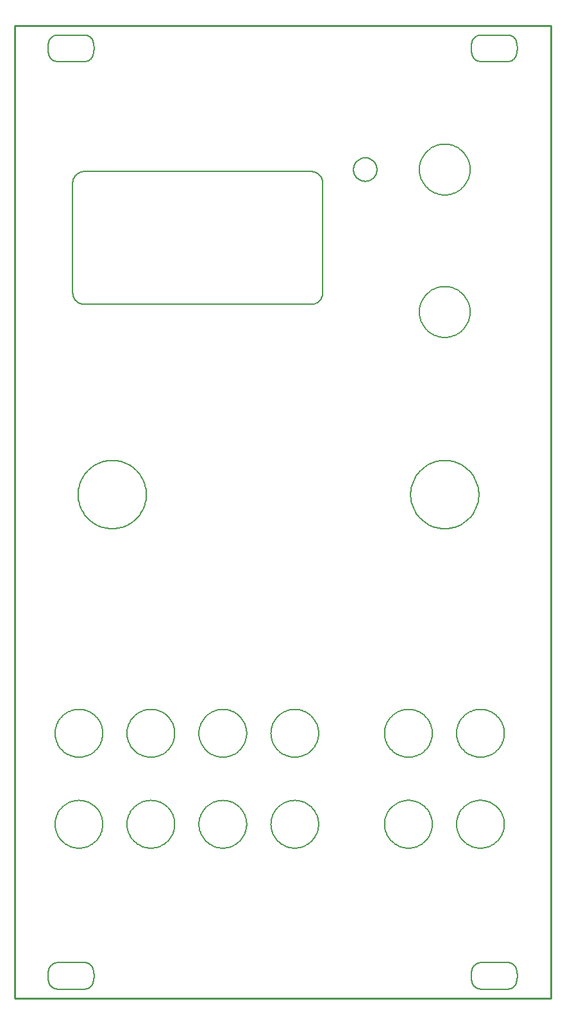
<source format=gbr>
%TF.GenerationSoftware,KiCad,Pcbnew,(6.0.7)*%
%TF.CreationDate,2022-08-18T10:59:03+02:00*%
%TF.ProjectId,faceplate,66616365-706c-4617-9465-2e6b69636164,rev?*%
%TF.SameCoordinates,Original*%
%TF.FileFunction,Profile,NP*%
%FSLAX46Y46*%
G04 Gerber Fmt 4.6, Leading zero omitted, Abs format (unit mm)*
G04 Created by KiCad (PCBNEW (6.0.7)) date 2022-08-18 10:59:03*
%MOMM*%
%LPD*%
G01*
G04 APERTURE LIST*
%TA.AperFunction,Profile*%
%ADD10C,0.200000*%
%TD*%
%TA.AperFunction,Profile*%
%ADD11C,0.282221*%
%TD*%
G04 APERTURE END LIST*
D10*
X90712093Y-117154098D02*
X90872063Y-117166262D01*
X91029708Y-117186294D01*
X91184829Y-117213996D01*
X91337228Y-117249169D01*
X91486708Y-117291617D01*
X91633070Y-117341140D01*
X91776117Y-117397542D01*
X91915650Y-117460623D01*
X92051472Y-117530187D01*
X92183384Y-117606035D01*
X92311189Y-117687969D01*
X92434690Y-117775792D01*
X92553687Y-117869306D01*
X92667984Y-117968312D01*
X92777381Y-118072612D01*
X92881682Y-118182010D01*
X92980688Y-118296306D01*
X93074202Y-118415303D01*
X93162025Y-118538804D01*
X93243959Y-118666609D01*
X93319807Y-118798522D01*
X93389371Y-118934344D01*
X93452453Y-119073877D01*
X93508854Y-119216924D01*
X93558378Y-119363286D01*
X93600825Y-119512765D01*
X93635999Y-119665165D01*
X93663701Y-119820286D01*
X93683733Y-119977931D01*
X93695897Y-120137902D01*
X93699996Y-120300001D01*
X93695897Y-120462100D01*
X93683733Y-120622071D01*
X93663701Y-120779715D01*
X93635999Y-120934837D01*
X93600825Y-121087236D01*
X93558378Y-121236716D01*
X93508854Y-121383078D01*
X93452453Y-121526125D01*
X93389371Y-121665658D01*
X93319807Y-121801480D01*
X93243959Y-121933392D01*
X93162025Y-122061198D01*
X93074202Y-122184698D01*
X92980688Y-122303695D01*
X92881682Y-122417992D01*
X92777381Y-122527389D01*
X92667984Y-122631690D01*
X92553687Y-122730696D01*
X92434690Y-122824209D01*
X92311189Y-122912032D01*
X92183384Y-122993967D01*
X92051472Y-123069815D01*
X91915650Y-123139378D01*
X91776117Y-123202460D01*
X91633070Y-123258861D01*
X91486708Y-123308385D01*
X91337228Y-123350832D01*
X91184829Y-123386006D01*
X91029708Y-123413707D01*
X90872063Y-123433739D01*
X90712093Y-123445904D01*
X90549994Y-123450002D01*
X90387896Y-123445904D01*
X90227925Y-123433739D01*
X90070281Y-123413707D01*
X89915160Y-123386006D01*
X89762761Y-123350832D01*
X89613282Y-123308385D01*
X89466920Y-123258861D01*
X89323873Y-123202460D01*
X89184340Y-123139378D01*
X89048519Y-123069815D01*
X88916606Y-122993967D01*
X88788801Y-122912032D01*
X88665301Y-122824209D01*
X88546304Y-122730696D01*
X88432007Y-122631690D01*
X88322610Y-122527389D01*
X88218309Y-122417992D01*
X88119303Y-122303695D01*
X88025790Y-122184698D01*
X87937967Y-122061198D01*
X87856033Y-121933392D01*
X87780185Y-121801480D01*
X87710621Y-121665658D01*
X87647539Y-121526125D01*
X87591138Y-121383078D01*
X87541614Y-121236716D01*
X87499167Y-121087236D01*
X87463993Y-120934837D01*
X87436292Y-120779715D01*
X87416260Y-120622071D01*
X87404095Y-120462100D01*
X87399997Y-120300001D01*
X87404095Y-120137902D01*
X87416260Y-119977931D01*
X87436292Y-119820286D01*
X87463993Y-119665165D01*
X87499167Y-119512765D01*
X87541614Y-119363286D01*
X87591138Y-119216924D01*
X87647539Y-119073877D01*
X87710621Y-118934344D01*
X87780185Y-118798522D01*
X87856033Y-118666609D01*
X87937967Y-118538804D01*
X88025790Y-118415303D01*
X88119303Y-118296306D01*
X88218309Y-118182010D01*
X88322610Y-118072612D01*
X88432007Y-117968312D01*
X88546304Y-117869306D01*
X88665301Y-117775792D01*
X88788801Y-117687969D01*
X88916606Y-117606035D01*
X89048519Y-117530187D01*
X89184340Y-117460623D01*
X89323873Y-117397542D01*
X89466920Y-117341140D01*
X89613282Y-117291617D01*
X89762761Y-117249169D01*
X89915160Y-117213996D01*
X90070281Y-117186294D01*
X90227925Y-117166262D01*
X90387896Y-117154098D01*
X90549994Y-117149999D01*
X90712093Y-117154098D01*
D11*
X133829982Y-155300001D02*
X133829982Y-155300001D01*
X63050000Y-155300001D02*
X63050000Y-155300001D01*
D10*
X109429808Y-44354015D02*
X109508574Y-44360005D01*
X109586196Y-44369868D01*
X109662574Y-44383508D01*
X109737613Y-44400827D01*
X109811214Y-44421727D01*
X109883279Y-44446111D01*
X109953713Y-44473882D01*
X110022416Y-44504942D01*
X110089292Y-44539194D01*
X110154243Y-44576540D01*
X110217172Y-44616884D01*
X110277981Y-44660126D01*
X110336573Y-44706170D01*
X110392851Y-44754919D01*
X110446716Y-44806275D01*
X110498071Y-44860140D01*
X110546820Y-44916417D01*
X110592864Y-44975009D01*
X110636106Y-45035818D01*
X110676449Y-45098747D01*
X110713795Y-45163699D01*
X110748047Y-45230575D01*
X110779107Y-45299278D01*
X110806878Y-45369712D01*
X110831263Y-45441777D01*
X110852163Y-45515378D01*
X110869481Y-45590417D01*
X110883121Y-45666795D01*
X110892985Y-45744417D01*
X110898974Y-45823183D01*
X110900992Y-45902998D01*
X110898974Y-45982812D01*
X110892985Y-46061578D01*
X110883121Y-46139200D01*
X110869481Y-46215578D01*
X110852163Y-46290617D01*
X110831263Y-46364218D01*
X110806878Y-46436284D01*
X110779107Y-46506717D01*
X110748047Y-46575421D01*
X110713795Y-46642297D01*
X110676449Y-46707248D01*
X110636106Y-46770177D01*
X110592864Y-46830986D01*
X110546820Y-46889578D01*
X110498071Y-46945855D01*
X110446716Y-46999721D01*
X110392851Y-47051076D01*
X110336573Y-47099825D01*
X110277981Y-47145869D01*
X110217172Y-47189112D01*
X110154243Y-47229455D01*
X110089292Y-47266801D01*
X110022416Y-47301053D01*
X109953713Y-47332113D01*
X109883279Y-47359884D01*
X109811214Y-47384268D01*
X109737613Y-47405169D01*
X109662574Y-47422487D01*
X109586196Y-47436127D01*
X109508574Y-47445990D01*
X109429808Y-47451980D01*
X109349993Y-47453998D01*
X109270179Y-47451980D01*
X109191413Y-47445990D01*
X109113791Y-47436127D01*
X109037413Y-47422487D01*
X108962374Y-47405169D01*
X108888774Y-47384268D01*
X108816708Y-47359884D01*
X108746274Y-47332113D01*
X108677571Y-47301053D01*
X108610695Y-47266801D01*
X108545744Y-47229455D01*
X108482815Y-47189112D01*
X108422006Y-47145869D01*
X108363414Y-47099825D01*
X108307137Y-47051076D01*
X108253271Y-46999721D01*
X108201916Y-46945855D01*
X108153167Y-46889578D01*
X108107123Y-46830986D01*
X108063881Y-46770177D01*
X108023538Y-46707248D01*
X107986192Y-46642297D01*
X107951940Y-46575421D01*
X107920880Y-46506717D01*
X107893109Y-46436284D01*
X107868725Y-46364218D01*
X107847824Y-46290617D01*
X107830506Y-46215578D01*
X107816866Y-46139200D01*
X107807002Y-46061578D01*
X107801013Y-45982812D01*
X107798995Y-45902998D01*
X107801013Y-45823183D01*
X107807002Y-45744417D01*
X107816866Y-45666795D01*
X107830506Y-45590417D01*
X107847824Y-45515378D01*
X107868725Y-45441777D01*
X107893109Y-45369712D01*
X107920880Y-45299278D01*
X107951940Y-45230575D01*
X107986192Y-45163699D01*
X108023538Y-45098747D01*
X108063881Y-45035818D01*
X108107123Y-44975009D01*
X108153167Y-44916417D01*
X108201916Y-44860140D01*
X108253271Y-44806275D01*
X108307137Y-44754919D01*
X108363414Y-44706170D01*
X108422006Y-44660126D01*
X108482815Y-44616884D01*
X108545744Y-44576540D01*
X108610695Y-44539194D01*
X108677571Y-44504942D01*
X108746274Y-44473882D01*
X108816708Y-44446111D01*
X108888774Y-44421727D01*
X108962374Y-44400827D01*
X109037413Y-44383508D01*
X109113791Y-44369868D01*
X109191413Y-44360005D01*
X109270179Y-44354015D01*
X109349993Y-44351997D01*
X109429808Y-44354015D01*
X124716636Y-129152444D02*
X124876607Y-129164608D01*
X125034252Y-129184640D01*
X125189373Y-129212342D01*
X125341772Y-129247515D01*
X125491252Y-129289963D01*
X125637614Y-129339486D01*
X125780661Y-129395888D01*
X125920194Y-129458969D01*
X126056016Y-129528533D01*
X126187928Y-129604381D01*
X126315734Y-129686315D01*
X126439234Y-129774138D01*
X126558231Y-129867652D01*
X126672528Y-129966658D01*
X126781925Y-130070958D01*
X126886226Y-130180356D01*
X126985232Y-130294652D01*
X127078745Y-130413650D01*
X127166568Y-130537150D01*
X127248503Y-130664955D01*
X127324351Y-130796868D01*
X127393914Y-130932690D01*
X127456996Y-131072223D01*
X127513397Y-131215270D01*
X127562921Y-131361632D01*
X127605368Y-131511111D01*
X127640542Y-131663511D01*
X127668243Y-131818632D01*
X127688275Y-131976277D01*
X127700440Y-132136248D01*
X127704538Y-132298347D01*
X127700440Y-132460446D01*
X127688275Y-132620417D01*
X127668243Y-132778061D01*
X127640542Y-132933183D01*
X127605368Y-133085582D01*
X127562921Y-133235062D01*
X127513397Y-133381424D01*
X127456996Y-133524471D01*
X127393914Y-133664004D01*
X127324351Y-133799826D01*
X127248503Y-133931738D01*
X127166568Y-134059544D01*
X127078745Y-134183044D01*
X126985232Y-134302041D01*
X126886226Y-134416338D01*
X126781925Y-134525735D01*
X126672528Y-134630036D01*
X126558231Y-134729042D01*
X126439234Y-134822555D01*
X126315734Y-134910378D01*
X126187928Y-134992313D01*
X126056016Y-135068161D01*
X125920194Y-135137724D01*
X125780661Y-135200806D01*
X125637614Y-135257207D01*
X125491252Y-135306731D01*
X125341772Y-135349178D01*
X125189373Y-135384351D01*
X125034252Y-135412053D01*
X124876607Y-135432085D01*
X124716636Y-135444249D01*
X124554537Y-135448348D01*
X124392438Y-135444249D01*
X124232467Y-135432085D01*
X124074822Y-135412053D01*
X123919701Y-135384351D01*
X123767302Y-135349178D01*
X123617822Y-135306731D01*
X123471460Y-135257207D01*
X123328414Y-135200806D01*
X123188881Y-135137724D01*
X123053059Y-135068161D01*
X122921146Y-134992313D01*
X122793341Y-134910378D01*
X122669841Y-134822555D01*
X122550844Y-134729042D01*
X122436548Y-134630036D01*
X122327150Y-134525735D01*
X122222850Y-134416338D01*
X122123844Y-134302041D01*
X122030331Y-134183044D01*
X121942508Y-134059544D01*
X121860574Y-133931738D01*
X121784726Y-133799826D01*
X121715162Y-133664004D01*
X121652081Y-133524471D01*
X121595680Y-133381424D01*
X121546156Y-133235062D01*
X121503709Y-133085582D01*
X121468536Y-132933183D01*
X121440834Y-132778061D01*
X121420802Y-132620417D01*
X121408638Y-132460446D01*
X121404539Y-132298347D01*
X121408638Y-132136248D01*
X121420802Y-131976277D01*
X121440834Y-131818632D01*
X121468536Y-131663511D01*
X121503709Y-131511111D01*
X121546156Y-131361632D01*
X121595680Y-131215270D01*
X121652081Y-131072223D01*
X121715162Y-130932690D01*
X121784726Y-130796868D01*
X121860574Y-130664955D01*
X121942508Y-130537150D01*
X122030331Y-130413650D01*
X122123844Y-130294652D01*
X122222850Y-130180356D01*
X122327150Y-130070958D01*
X122436548Y-129966658D01*
X122550844Y-129867652D01*
X122669841Y-129774138D01*
X122793341Y-129686315D01*
X122921146Y-129604381D01*
X123053059Y-129528533D01*
X123188881Y-129458969D01*
X123328414Y-129395888D01*
X123471460Y-129339486D01*
X123617822Y-129289963D01*
X123767302Y-129247515D01*
X123919701Y-129212342D01*
X124074822Y-129184640D01*
X124232467Y-129164608D01*
X124392438Y-129152444D01*
X124554537Y-129148345D01*
X124716636Y-129152444D01*
X71712097Y-117154098D02*
X71872067Y-117166262D01*
X72029712Y-117186294D01*
X72184833Y-117213996D01*
X72337232Y-117249169D01*
X72486712Y-117291617D01*
X72633074Y-117341140D01*
X72776120Y-117397542D01*
X72915654Y-117460623D01*
X73051475Y-117530187D01*
X73183388Y-117606035D01*
X73311193Y-117687969D01*
X73434693Y-117775792D01*
X73553691Y-117869306D01*
X73667987Y-117968312D01*
X73777384Y-118072612D01*
X73881685Y-118182010D01*
X73980691Y-118296306D01*
X74074205Y-118415303D01*
X74162027Y-118538804D01*
X74243962Y-118666609D01*
X74319810Y-118798522D01*
X74389374Y-118934344D01*
X74452455Y-119073877D01*
X74508857Y-119216924D01*
X74558380Y-119363286D01*
X74600827Y-119512765D01*
X74636001Y-119665165D01*
X74663703Y-119820286D01*
X74683735Y-119977931D01*
X74695899Y-120137902D01*
X74699998Y-120300001D01*
X74695899Y-120462100D01*
X74683735Y-120622071D01*
X74663703Y-120779715D01*
X74636001Y-120934837D01*
X74600827Y-121087236D01*
X74558380Y-121236716D01*
X74508857Y-121383078D01*
X74452455Y-121526125D01*
X74389374Y-121665658D01*
X74319810Y-121801480D01*
X74243962Y-121933392D01*
X74162027Y-122061198D01*
X74074205Y-122184698D01*
X73980691Y-122303695D01*
X73881685Y-122417992D01*
X73777384Y-122527389D01*
X73667987Y-122631690D01*
X73553691Y-122730696D01*
X73434693Y-122824209D01*
X73311193Y-122912032D01*
X73183388Y-122993967D01*
X73051475Y-123069815D01*
X72915654Y-123139378D01*
X72776120Y-123202460D01*
X72633074Y-123258861D01*
X72486712Y-123308385D01*
X72337232Y-123350832D01*
X72184833Y-123386006D01*
X72029712Y-123413707D01*
X71872067Y-123433739D01*
X71712097Y-123445904D01*
X71549998Y-123450002D01*
X71387900Y-123445904D01*
X71227929Y-123433739D01*
X71070284Y-123413707D01*
X70915163Y-123386006D01*
X70762764Y-123350832D01*
X70613285Y-123308385D01*
X70466923Y-123258861D01*
X70323876Y-123202460D01*
X70184343Y-123139378D01*
X70048521Y-123069815D01*
X69916609Y-122993967D01*
X69788803Y-122912032D01*
X69665303Y-122824209D01*
X69546306Y-122730696D01*
X69432010Y-122631690D01*
X69322612Y-122527389D01*
X69218311Y-122417992D01*
X69119305Y-122303695D01*
X69025792Y-122184698D01*
X68937969Y-122061198D01*
X68856035Y-121933392D01*
X68780187Y-121801480D01*
X68710623Y-121665658D01*
X68647541Y-121526125D01*
X68591140Y-121383078D01*
X68541616Y-121236716D01*
X68499169Y-121087236D01*
X68463995Y-120934837D01*
X68436294Y-120779715D01*
X68416262Y-120622071D01*
X68404097Y-120462100D01*
X68399999Y-120300001D01*
X68404097Y-120137902D01*
X68416262Y-119977931D01*
X68436294Y-119820286D01*
X68463995Y-119665165D01*
X68499169Y-119512765D01*
X68541616Y-119363286D01*
X68591140Y-119216924D01*
X68647541Y-119073877D01*
X68710623Y-118934344D01*
X68780187Y-118798522D01*
X68856035Y-118666609D01*
X68937969Y-118538804D01*
X69025792Y-118415303D01*
X69119305Y-118296306D01*
X69218311Y-118182010D01*
X69322612Y-118072612D01*
X69432010Y-117968312D01*
X69546306Y-117869306D01*
X69665303Y-117775792D01*
X69788803Y-117687969D01*
X69916609Y-117606035D01*
X70048521Y-117530187D01*
X70184343Y-117460623D01*
X70323876Y-117397542D01*
X70466923Y-117341140D01*
X70613285Y-117291617D01*
X70762764Y-117249169D01*
X70915163Y-117213996D01*
X71070284Y-117186294D01*
X71227929Y-117166262D01*
X71387900Y-117154098D01*
X71549998Y-117149999D01*
X71712097Y-117154098D01*
X81212095Y-129154098D02*
X81372065Y-129166262D01*
X81529710Y-129186294D01*
X81684831Y-129213996D01*
X81837230Y-129249170D01*
X81986710Y-129291617D01*
X82133072Y-129341140D01*
X82276118Y-129397542D01*
X82415651Y-129460623D01*
X82551473Y-129530187D01*
X82683385Y-129606035D01*
X82811191Y-129687969D01*
X82934691Y-129775792D01*
X83053688Y-129869306D01*
X83167985Y-129968312D01*
X83277382Y-130072612D01*
X83381683Y-130182010D01*
X83480689Y-130296306D01*
X83574202Y-130415304D01*
X83662025Y-130538804D01*
X83743960Y-130666609D01*
X83819808Y-130798522D01*
X83889372Y-130934344D01*
X83952453Y-131073877D01*
X84008855Y-131216924D01*
X84058378Y-131363286D01*
X84100825Y-131512765D01*
X84135999Y-131665165D01*
X84163701Y-131820286D01*
X84183733Y-131977931D01*
X84195897Y-132137902D01*
X84199996Y-132300001D01*
X84195897Y-132462100D01*
X84183733Y-132622071D01*
X84163701Y-132779715D01*
X84135999Y-132934837D01*
X84100825Y-133087236D01*
X84058378Y-133236716D01*
X84008855Y-133383078D01*
X83952453Y-133526125D01*
X83889372Y-133665658D01*
X83819808Y-133801480D01*
X83743960Y-133933392D01*
X83662025Y-134061198D01*
X83574202Y-134184698D01*
X83480689Y-134303695D01*
X83381683Y-134417992D01*
X83277382Y-134527389D01*
X83167985Y-134631690D01*
X83053688Y-134730696D01*
X82934691Y-134824209D01*
X82811191Y-134912032D01*
X82683385Y-134993967D01*
X82551473Y-135069815D01*
X82415651Y-135139378D01*
X82276118Y-135202460D01*
X82133072Y-135258861D01*
X81986710Y-135308385D01*
X81837230Y-135350832D01*
X81684831Y-135386006D01*
X81529710Y-135413707D01*
X81372065Y-135433739D01*
X81212095Y-135445903D01*
X81049996Y-135450002D01*
X80887898Y-135445903D01*
X80727927Y-135433739D01*
X80570282Y-135413707D01*
X80415161Y-135386006D01*
X80262762Y-135350832D01*
X80113283Y-135308385D01*
X79966921Y-135258861D01*
X79823874Y-135202460D01*
X79684341Y-135139378D01*
X79548519Y-135069815D01*
X79416607Y-134993967D01*
X79288802Y-134912032D01*
X79165301Y-134824209D01*
X79046304Y-134730696D01*
X78932008Y-134631690D01*
X78822610Y-134527389D01*
X78718309Y-134417992D01*
X78619303Y-134303695D01*
X78525790Y-134184698D01*
X78437967Y-134061198D01*
X78356033Y-133933392D01*
X78280185Y-133801480D01*
X78210621Y-133665658D01*
X78147539Y-133526125D01*
X78091138Y-133383078D01*
X78041614Y-133236716D01*
X77999167Y-133087236D01*
X77963993Y-132934837D01*
X77936292Y-132779715D01*
X77916260Y-132622071D01*
X77904095Y-132462100D01*
X77899997Y-132300001D01*
X77904095Y-132137902D01*
X77916260Y-131977931D01*
X77936292Y-131820286D01*
X77963993Y-131665165D01*
X77999167Y-131512765D01*
X78041614Y-131363286D01*
X78091138Y-131216924D01*
X78147539Y-131073877D01*
X78210621Y-130934344D01*
X78280185Y-130798522D01*
X78356033Y-130666609D01*
X78437967Y-130538804D01*
X78525790Y-130415304D01*
X78619303Y-130296306D01*
X78718309Y-130182010D01*
X78822610Y-130072612D01*
X78932008Y-129968312D01*
X79046304Y-129869306D01*
X79165301Y-129775792D01*
X79288802Y-129687969D01*
X79416607Y-129606035D01*
X79548519Y-129530187D01*
X79684341Y-129460623D01*
X79823874Y-129397542D01*
X79966921Y-129341140D01*
X80113283Y-129291617D01*
X80262762Y-129249170D01*
X80415161Y-129213996D01*
X80570282Y-129186294D01*
X80727927Y-129166262D01*
X80887898Y-129154098D01*
X81049996Y-129149999D01*
X81212095Y-129154098D01*
X115216643Y-129152444D02*
X115376614Y-129164608D01*
X115534258Y-129184640D01*
X115689379Y-129212342D01*
X115841779Y-129247515D01*
X115991258Y-129289963D01*
X116137620Y-129339486D01*
X116280667Y-129395888D01*
X116420200Y-129458969D01*
X116556022Y-129528533D01*
X116687934Y-129604381D01*
X116815740Y-129686315D01*
X116939240Y-129774138D01*
X117058237Y-129867652D01*
X117172534Y-129966658D01*
X117281931Y-130070958D01*
X117386232Y-130180356D01*
X117485238Y-130294652D01*
X117578752Y-130413650D01*
X117666575Y-130537150D01*
X117748509Y-130664955D01*
X117824358Y-130796868D01*
X117893921Y-130932690D01*
X117957003Y-131072223D01*
X118013405Y-131215270D01*
X118062928Y-131361632D01*
X118105376Y-131511111D01*
X118140549Y-131663511D01*
X118168251Y-131818632D01*
X118188283Y-131976277D01*
X118200447Y-132136248D01*
X118204546Y-132298347D01*
X118200447Y-132460446D01*
X118188283Y-132620417D01*
X118168251Y-132778061D01*
X118140549Y-132933183D01*
X118105376Y-133085582D01*
X118062928Y-133235062D01*
X118013405Y-133381424D01*
X117957003Y-133524471D01*
X117893921Y-133664004D01*
X117824358Y-133799826D01*
X117748509Y-133931738D01*
X117666575Y-134059544D01*
X117578752Y-134183044D01*
X117485238Y-134302041D01*
X117386232Y-134416338D01*
X117281931Y-134525735D01*
X117172534Y-134630036D01*
X117058237Y-134729042D01*
X116939240Y-134822555D01*
X116815740Y-134910378D01*
X116687934Y-134992313D01*
X116556022Y-135068161D01*
X116420200Y-135137724D01*
X116280667Y-135200806D01*
X116137620Y-135257207D01*
X115991258Y-135306731D01*
X115841779Y-135349178D01*
X115689379Y-135384351D01*
X115534258Y-135412053D01*
X115376614Y-135432085D01*
X115216643Y-135444249D01*
X115054545Y-135448348D01*
X114892446Y-135444249D01*
X114732475Y-135432085D01*
X114574831Y-135412053D01*
X114419710Y-135384351D01*
X114267310Y-135349178D01*
X114117831Y-135306731D01*
X113971469Y-135257207D01*
X113828422Y-135200806D01*
X113688889Y-135137724D01*
X113553067Y-135068161D01*
X113421155Y-134992313D01*
X113293349Y-134910378D01*
X113169849Y-134822555D01*
X113050852Y-134729042D01*
X112936555Y-134630036D01*
X112827158Y-134525735D01*
X112722857Y-134416338D01*
X112623851Y-134302041D01*
X112530337Y-134183044D01*
X112442514Y-134059544D01*
X112360580Y-133931738D01*
X112284731Y-133799826D01*
X112215167Y-133664004D01*
X112152086Y-133524471D01*
X112095684Y-133381424D01*
X112046161Y-133235062D01*
X112003713Y-133085582D01*
X111968540Y-132933183D01*
X111940838Y-132778061D01*
X111920806Y-132620417D01*
X111908642Y-132460446D01*
X111904543Y-132298347D01*
X111908642Y-132136248D01*
X111920806Y-131976277D01*
X111940838Y-131818632D01*
X111968540Y-131663511D01*
X112003713Y-131511111D01*
X112046161Y-131361632D01*
X112095684Y-131215270D01*
X112152086Y-131072223D01*
X112215167Y-130932690D01*
X112284731Y-130796868D01*
X112360580Y-130664955D01*
X112442514Y-130537150D01*
X112530337Y-130413650D01*
X112623851Y-130294652D01*
X112722857Y-130180356D01*
X112827158Y-130070958D01*
X112936555Y-129966658D01*
X113050852Y-129867652D01*
X113169849Y-129774138D01*
X113293349Y-129686315D01*
X113421155Y-129604381D01*
X113553067Y-129528533D01*
X113688889Y-129458969D01*
X113828422Y-129395888D01*
X113971469Y-129339486D01*
X114117831Y-129289963D01*
X114267310Y-129247515D01*
X114419710Y-129212342D01*
X114574831Y-129184640D01*
X114732475Y-129164608D01*
X114892446Y-129152444D01*
X115054545Y-129148345D01*
X115216643Y-129152444D01*
X115216643Y-117152444D02*
X115376614Y-117164608D01*
X115534258Y-117184640D01*
X115689379Y-117212342D01*
X115841779Y-117247515D01*
X115991258Y-117289963D01*
X116137620Y-117339486D01*
X116280667Y-117395888D01*
X116420200Y-117458969D01*
X116556022Y-117528533D01*
X116687934Y-117604381D01*
X116815740Y-117686315D01*
X116939240Y-117774138D01*
X117058237Y-117867652D01*
X117172534Y-117966658D01*
X117281931Y-118070958D01*
X117386232Y-118180356D01*
X117485238Y-118294652D01*
X117578752Y-118413650D01*
X117666575Y-118537150D01*
X117748509Y-118664955D01*
X117824358Y-118796868D01*
X117893921Y-118932690D01*
X117957003Y-119072223D01*
X118013405Y-119215270D01*
X118062928Y-119361632D01*
X118105376Y-119511111D01*
X118140549Y-119663511D01*
X118168251Y-119818632D01*
X118188283Y-119976277D01*
X118200447Y-120136248D01*
X118204546Y-120298347D01*
X118200447Y-120460446D01*
X118188283Y-120620417D01*
X118168251Y-120778061D01*
X118140549Y-120933183D01*
X118105376Y-121085582D01*
X118062928Y-121235062D01*
X118013405Y-121381424D01*
X117957003Y-121524471D01*
X117893921Y-121664004D01*
X117824358Y-121799826D01*
X117748509Y-121931738D01*
X117666575Y-122059544D01*
X117578752Y-122183044D01*
X117485238Y-122302041D01*
X117386232Y-122416338D01*
X117281931Y-122525735D01*
X117172534Y-122630036D01*
X117058237Y-122729042D01*
X116939240Y-122822555D01*
X116815740Y-122910378D01*
X116687934Y-122992313D01*
X116556022Y-123068161D01*
X116420200Y-123137724D01*
X116280667Y-123200806D01*
X116137620Y-123257207D01*
X115991258Y-123306731D01*
X115841779Y-123349178D01*
X115689379Y-123384352D01*
X115534258Y-123412053D01*
X115376614Y-123432085D01*
X115216643Y-123444250D01*
X115054545Y-123448348D01*
X114892446Y-123444250D01*
X114732475Y-123432085D01*
X114574831Y-123412053D01*
X114419710Y-123384352D01*
X114267310Y-123349178D01*
X114117831Y-123306731D01*
X113971469Y-123257207D01*
X113828422Y-123200806D01*
X113688889Y-123137724D01*
X113553067Y-123068161D01*
X113421155Y-122992313D01*
X113293349Y-122910378D01*
X113169849Y-122822555D01*
X113050852Y-122729042D01*
X112936555Y-122630036D01*
X112827158Y-122525735D01*
X112722857Y-122416338D01*
X112623851Y-122302041D01*
X112530337Y-122183044D01*
X112442514Y-122059544D01*
X112360580Y-121931738D01*
X112284731Y-121799826D01*
X112215167Y-121664004D01*
X112152086Y-121524471D01*
X112095684Y-121381424D01*
X112046161Y-121235062D01*
X112003713Y-121085582D01*
X111968540Y-120933183D01*
X111940838Y-120778061D01*
X111920806Y-120620417D01*
X111908642Y-120460446D01*
X111904543Y-120298347D01*
X111908642Y-120136248D01*
X111920806Y-119976277D01*
X111940838Y-119818632D01*
X111968540Y-119663511D01*
X112003713Y-119511111D01*
X112046161Y-119361632D01*
X112095684Y-119215270D01*
X112152086Y-119072223D01*
X112215167Y-118932690D01*
X112284731Y-118796868D01*
X112360580Y-118664955D01*
X112442514Y-118537150D01*
X112530337Y-118413650D01*
X112623851Y-118294652D01*
X112722857Y-118180356D01*
X112827158Y-118070958D01*
X112936555Y-117966658D01*
X113050852Y-117867652D01*
X113169849Y-117774138D01*
X113293349Y-117686315D01*
X113421155Y-117604381D01*
X113553067Y-117528533D01*
X113688889Y-117458969D01*
X113828422Y-117395888D01*
X113971469Y-117339486D01*
X114117831Y-117289963D01*
X114267310Y-117247515D01*
X114419710Y-117212342D01*
X114574831Y-117184640D01*
X114732475Y-117164608D01*
X114892446Y-117152444D01*
X115054545Y-117148345D01*
X115216643Y-117152444D01*
X128195041Y-150550984D02*
X128243703Y-150553935D01*
X128339639Y-150565613D01*
X128433423Y-150584768D01*
X128524691Y-150611133D01*
X128613082Y-150644442D01*
X128698234Y-150684430D01*
X128779786Y-150730830D01*
X128857374Y-150783374D01*
X128930638Y-150841799D01*
X128999214Y-150905836D01*
X129062742Y-150975219D01*
X129120859Y-151049683D01*
X129173203Y-151128962D01*
X129219413Y-151212788D01*
X129259126Y-151300895D01*
X129276433Y-151346472D01*
X129291980Y-151393018D01*
X129324319Y-151504237D01*
X129352347Y-151616318D01*
X129376062Y-151729137D01*
X129395466Y-151842572D01*
X129410557Y-151956498D01*
X129421337Y-152070795D01*
X129427805Y-152185337D01*
X129429961Y-152300003D01*
X129427805Y-152414669D01*
X129421337Y-152529211D01*
X129410557Y-152643509D01*
X129395466Y-152757437D01*
X129376062Y-152870873D01*
X129352347Y-152983694D01*
X129324319Y-153095777D01*
X129291980Y-153206998D01*
X129276433Y-153253544D01*
X129259126Y-153299119D01*
X129240104Y-153343690D01*
X129219413Y-153387224D01*
X129197098Y-153429688D01*
X129173203Y-153471048D01*
X129147775Y-153511271D01*
X129120859Y-153550324D01*
X129092500Y-153588174D01*
X129062742Y-153624787D01*
X129031632Y-153660129D01*
X128999214Y-153694169D01*
X128965534Y-153726872D01*
X128930638Y-153758204D01*
X128894569Y-153788134D01*
X128857374Y-153816627D01*
X128819098Y-153843650D01*
X128779786Y-153869171D01*
X128739483Y-153893154D01*
X128698234Y-153915568D01*
X128656086Y-153936380D01*
X128613082Y-153955554D01*
X128569269Y-153973060D01*
X128524691Y-153988862D01*
X128479394Y-154002929D01*
X128433423Y-154015226D01*
X128386823Y-154025720D01*
X128339639Y-154034378D01*
X128291918Y-154041167D01*
X128243703Y-154046054D01*
X128195041Y-154049004D01*
X128145976Y-154049986D01*
X124613978Y-154050001D01*
X124564913Y-154049018D01*
X124516251Y-154046066D01*
X124420315Y-154034388D01*
X124326532Y-154015234D01*
X124235263Y-153988869D01*
X124146872Y-153955559D01*
X124061720Y-153915571D01*
X123980169Y-153869172D01*
X123902580Y-153816627D01*
X123829317Y-153758203D01*
X123760740Y-153694166D01*
X123697212Y-153624782D01*
X123639095Y-153550318D01*
X123586751Y-153471040D01*
X123540541Y-153387214D01*
X123500828Y-153299106D01*
X123483522Y-153253530D01*
X123467974Y-153206983D01*
X123435635Y-153095764D01*
X123407608Y-152983684D01*
X123383892Y-152870864D01*
X123364488Y-152757430D01*
X123349397Y-152643503D01*
X123338617Y-152529207D01*
X123332149Y-152414664D01*
X123329993Y-152299999D01*
X123332149Y-152185333D01*
X123338617Y-152070790D01*
X123349397Y-151956493D01*
X123364488Y-151842565D01*
X123383892Y-151729129D01*
X123407608Y-151616308D01*
X123435635Y-151504225D01*
X123467974Y-151393003D01*
X123467982Y-151393003D01*
X123483529Y-151346458D01*
X123500836Y-151300883D01*
X123519858Y-151256312D01*
X123540549Y-151212778D01*
X123562864Y-151170315D01*
X123586758Y-151128955D01*
X123612185Y-151088732D01*
X123639101Y-151049679D01*
X123667461Y-151011830D01*
X123697218Y-150975218D01*
X123728328Y-150939876D01*
X123760745Y-150905837D01*
X123794425Y-150873134D01*
X123829321Y-150841802D01*
X123865389Y-150811873D01*
X123902584Y-150783380D01*
X123940860Y-150756357D01*
X123980172Y-150730837D01*
X124020474Y-150706854D01*
X124061722Y-150684440D01*
X124103871Y-150663629D01*
X124146874Y-150644454D01*
X124190687Y-150626948D01*
X124235264Y-150611146D01*
X124280561Y-150597079D01*
X124326532Y-150584782D01*
X124373132Y-150574287D01*
X124420315Y-150565628D01*
X124468036Y-150558838D01*
X124516251Y-150553950D01*
X124564913Y-150550999D01*
X124613978Y-150550016D01*
X128145976Y-150550001D01*
X128195041Y-150550984D01*
X72315064Y-150550984D02*
X72363726Y-150553935D01*
X72459662Y-150565613D01*
X72553445Y-150584768D01*
X72644713Y-150611133D01*
X72733104Y-150644442D01*
X72818256Y-150684430D01*
X72899807Y-150730830D01*
X72977395Y-150783374D01*
X73050658Y-150841799D01*
X73119234Y-150905836D01*
X73182762Y-150975219D01*
X73240878Y-151049683D01*
X73293222Y-151128962D01*
X73339432Y-151212788D01*
X73379144Y-151300895D01*
X73396451Y-151346472D01*
X73411999Y-151393018D01*
X73444338Y-151504237D01*
X73472365Y-151616318D01*
X73496081Y-151729137D01*
X73515484Y-151842572D01*
X73530576Y-151956498D01*
X73541355Y-152070795D01*
X73547823Y-152185337D01*
X73549979Y-152300003D01*
X73547823Y-152414669D01*
X73541355Y-152529211D01*
X73530576Y-152643509D01*
X73515484Y-152757437D01*
X73496081Y-152870873D01*
X73472365Y-152983694D01*
X73444338Y-153095777D01*
X73411999Y-153206998D01*
X73396452Y-153253544D01*
X73379145Y-153299119D01*
X73360123Y-153343690D01*
X73339432Y-153387224D01*
X73317117Y-153429688D01*
X73293223Y-153471048D01*
X73267795Y-153511271D01*
X73240879Y-153550324D01*
X73212519Y-153588174D01*
X73182762Y-153624787D01*
X73151652Y-153660129D01*
X73119235Y-153694169D01*
X73085555Y-153726872D01*
X73050658Y-153758204D01*
X73014590Y-153788134D01*
X72977395Y-153816627D01*
X72939119Y-153843650D01*
X72899807Y-153869171D01*
X72859504Y-153893154D01*
X72818256Y-153915568D01*
X72776108Y-153936380D01*
X72733104Y-153955554D01*
X72689291Y-153973060D01*
X72644713Y-153988862D01*
X72599416Y-154002929D01*
X72553445Y-154015226D01*
X72506846Y-154025720D01*
X72459662Y-154034378D01*
X72411941Y-154041167D01*
X72363726Y-154046054D01*
X72315064Y-154049004D01*
X72265999Y-154049986D01*
X68734000Y-154050001D01*
X68684935Y-154049018D01*
X68636273Y-154046066D01*
X68540336Y-154034388D01*
X68446553Y-154015234D01*
X68355285Y-153988869D01*
X68266894Y-153955559D01*
X68181742Y-153915571D01*
X68100191Y-153869172D01*
X68022603Y-153816627D01*
X67949340Y-153758203D01*
X67880764Y-153694166D01*
X67817236Y-153624782D01*
X67759120Y-153550318D01*
X67706775Y-153471040D01*
X67660566Y-153387214D01*
X67620853Y-153299106D01*
X67603546Y-153253530D01*
X67587999Y-153206983D01*
X67555660Y-153095764D01*
X67527633Y-152983684D01*
X67503917Y-152870864D01*
X67484514Y-152757430D01*
X67469422Y-152643503D01*
X67458642Y-152529207D01*
X67452174Y-152414664D01*
X67450018Y-152299999D01*
X67452174Y-152185333D01*
X67458642Y-152070790D01*
X67469422Y-151956493D01*
X67484514Y-151842565D01*
X67503917Y-151729129D01*
X67527633Y-151616308D01*
X67555660Y-151504225D01*
X67587999Y-151393003D01*
X67587998Y-151393003D01*
X67603545Y-151346458D01*
X67620852Y-151300883D01*
X67639874Y-151256312D01*
X67660565Y-151212778D01*
X67682880Y-151170314D01*
X67706774Y-151128954D01*
X67732202Y-151088730D01*
X67759118Y-151049677D01*
X67787477Y-151011828D01*
X67817235Y-150975215D01*
X67848345Y-150939872D01*
X67880762Y-150905833D01*
X67914442Y-150873130D01*
X67949338Y-150841797D01*
X67985407Y-150811867D01*
X68022602Y-150783374D01*
X68060878Y-150756351D01*
X68100190Y-150730831D01*
X68140492Y-150706847D01*
X68181741Y-150684433D01*
X68223889Y-150663622D01*
X68266892Y-150644447D01*
X68310706Y-150626942D01*
X68355283Y-150611139D01*
X68400580Y-150597073D01*
X68446551Y-150584776D01*
X68493151Y-150574282D01*
X68540334Y-150565623D01*
X68588056Y-150558834D01*
X68636271Y-150553948D01*
X68684933Y-150550997D01*
X68733998Y-150550016D01*
X72265999Y-150550001D01*
X72315064Y-150550984D01*
D11*
X63050000Y-155300001D02*
X63050000Y-155300001D01*
D10*
X72315064Y-28150982D02*
X72363726Y-28153933D01*
X72459662Y-28165609D01*
X72553445Y-28184762D01*
X72644713Y-28211126D01*
X72733103Y-28244434D01*
X72818255Y-28284420D01*
X72899806Y-28330818D01*
X72977394Y-28383361D01*
X73050657Y-28441784D01*
X73119233Y-28505820D01*
X73182761Y-28575203D01*
X73240878Y-28649666D01*
X73293222Y-28728944D01*
X73339431Y-28812769D01*
X73379144Y-28900877D01*
X73396451Y-28946453D01*
X73411999Y-28993000D01*
X73444338Y-29104223D01*
X73472366Y-29216306D01*
X73496081Y-29329128D01*
X73515485Y-29442564D01*
X73530576Y-29556493D01*
X73541356Y-29670790D01*
X73547824Y-29785334D01*
X73549980Y-29900000D01*
X73547824Y-30014666D01*
X73541356Y-30129210D01*
X73530576Y-30243507D01*
X73515485Y-30357436D01*
X73496081Y-30470872D01*
X73472366Y-30583694D01*
X73444338Y-30695777D01*
X73411999Y-30807000D01*
X73396451Y-30853547D01*
X73379144Y-30899123D01*
X73360123Y-30943695D01*
X73339431Y-30987230D01*
X73317116Y-31029695D01*
X73293222Y-31071056D01*
X73267794Y-31111280D01*
X73240878Y-31150334D01*
X73212518Y-31188184D01*
X73182761Y-31224797D01*
X73151651Y-31260140D01*
X73119233Y-31294180D01*
X73085554Y-31326883D01*
X73050657Y-31358216D01*
X73014589Y-31388146D01*
X72977394Y-31416639D01*
X72939118Y-31443662D01*
X72899806Y-31469183D01*
X72859504Y-31493166D01*
X72818255Y-31515581D01*
X72776107Y-31536392D01*
X72733103Y-31555567D01*
X72689290Y-31573072D01*
X72644713Y-31588875D01*
X72599416Y-31602941D01*
X72553445Y-31615238D01*
X72506845Y-31625733D01*
X72459662Y-31634391D01*
X72411940Y-31641180D01*
X72363726Y-31646067D01*
X72315064Y-31649018D01*
X72265999Y-31650000D01*
X68734000Y-31650000D01*
X68684935Y-31649018D01*
X68636273Y-31646067D01*
X68540337Y-31634391D01*
X68446554Y-31615239D01*
X68355286Y-31588875D01*
X68266896Y-31555567D01*
X68181744Y-31515581D01*
X68100193Y-31469183D01*
X68022605Y-31416639D01*
X67949342Y-31358216D01*
X67880765Y-31294180D01*
X67817238Y-31224798D01*
X67759121Y-31150334D01*
X67706777Y-31071056D01*
X67660567Y-30987231D01*
X67620854Y-30899123D01*
X67603547Y-30853547D01*
X67588000Y-30807000D01*
X67555660Y-30695777D01*
X67527633Y-30583693D01*
X67503917Y-30470872D01*
X67484513Y-30357435D01*
X67469421Y-30243507D01*
X67458641Y-30129209D01*
X67452173Y-30014666D01*
X67450017Y-29899999D01*
X67452173Y-29785333D01*
X67458641Y-29670789D01*
X67469421Y-29556492D01*
X67484513Y-29442563D01*
X67503916Y-29329127D01*
X67527632Y-29216305D01*
X67555660Y-29104221D01*
X67587999Y-28992999D01*
X67587998Y-28993000D01*
X67603545Y-28946453D01*
X67620853Y-28900877D01*
X67639874Y-28856305D01*
X67660565Y-28812769D01*
X67682881Y-28770305D01*
X67706775Y-28728944D01*
X67732203Y-28688720D01*
X67759119Y-28649666D01*
X67787478Y-28611816D01*
X67817236Y-28575203D01*
X67848346Y-28539859D01*
X67880763Y-28505820D01*
X67914443Y-28473117D01*
X67949340Y-28441784D01*
X67985408Y-28411854D01*
X68022603Y-28383361D01*
X68060879Y-28356338D01*
X68100191Y-28330818D01*
X68140493Y-28306834D01*
X68181742Y-28284420D01*
X68223890Y-28263609D01*
X68266894Y-28244434D01*
X68310707Y-28226928D01*
X68355284Y-28211126D01*
X68400581Y-28197059D01*
X68446552Y-28184762D01*
X68493152Y-28174268D01*
X68540335Y-28165610D01*
X68588057Y-28158820D01*
X68636272Y-28153934D01*
X68684934Y-28150983D01*
X68733999Y-28150001D01*
X72265999Y-28150000D01*
X72315064Y-28150982D01*
D11*
X63050000Y-26900000D02*
X63050000Y-26900000D01*
X133829982Y-155300001D02*
X133829982Y-155300001D01*
X133829982Y-155300001D02*
X133829982Y-155300001D01*
D10*
X81212095Y-117154098D02*
X81372065Y-117166262D01*
X81529710Y-117186294D01*
X81684831Y-117213996D01*
X81837230Y-117249169D01*
X81986710Y-117291617D01*
X82133072Y-117341140D01*
X82276118Y-117397542D01*
X82415651Y-117460623D01*
X82551473Y-117530187D01*
X82683385Y-117606035D01*
X82811191Y-117687969D01*
X82934691Y-117775792D01*
X83053688Y-117869306D01*
X83167985Y-117968312D01*
X83277382Y-118072612D01*
X83381683Y-118182010D01*
X83480689Y-118296306D01*
X83574202Y-118415303D01*
X83662025Y-118538804D01*
X83743960Y-118666609D01*
X83819808Y-118798522D01*
X83889372Y-118934344D01*
X83952453Y-119073877D01*
X84008855Y-119216924D01*
X84058378Y-119363286D01*
X84100825Y-119512765D01*
X84135999Y-119665165D01*
X84163701Y-119820286D01*
X84183733Y-119977931D01*
X84195897Y-120137902D01*
X84199996Y-120300001D01*
X84195897Y-120462100D01*
X84183733Y-120622071D01*
X84163701Y-120779715D01*
X84135999Y-120934837D01*
X84100825Y-121087236D01*
X84058378Y-121236716D01*
X84008855Y-121383078D01*
X83952453Y-121526125D01*
X83889372Y-121665658D01*
X83819808Y-121801480D01*
X83743960Y-121933392D01*
X83662025Y-122061198D01*
X83574202Y-122184698D01*
X83480689Y-122303695D01*
X83381683Y-122417992D01*
X83277382Y-122527389D01*
X83167985Y-122631690D01*
X83053688Y-122730696D01*
X82934691Y-122824209D01*
X82811191Y-122912032D01*
X82683385Y-122993967D01*
X82551473Y-123069815D01*
X82415651Y-123139378D01*
X82276118Y-123202460D01*
X82133072Y-123258861D01*
X81986710Y-123308385D01*
X81837230Y-123350832D01*
X81684831Y-123386006D01*
X81529710Y-123413707D01*
X81372065Y-123433739D01*
X81212095Y-123445904D01*
X81049996Y-123450002D01*
X80887898Y-123445904D01*
X80727927Y-123433739D01*
X80570282Y-123413707D01*
X80415161Y-123386006D01*
X80262762Y-123350832D01*
X80113283Y-123308385D01*
X79966921Y-123258861D01*
X79823874Y-123202460D01*
X79684341Y-123139378D01*
X79548519Y-123069815D01*
X79416607Y-122993967D01*
X79288802Y-122912032D01*
X79165301Y-122824209D01*
X79046304Y-122730696D01*
X78932008Y-122631690D01*
X78822610Y-122527389D01*
X78718309Y-122417992D01*
X78619303Y-122303695D01*
X78525790Y-122184698D01*
X78437967Y-122061198D01*
X78356033Y-121933392D01*
X78280185Y-121801480D01*
X78210621Y-121665658D01*
X78147539Y-121526125D01*
X78091138Y-121383078D01*
X78041614Y-121236716D01*
X77999167Y-121087236D01*
X77963993Y-120934837D01*
X77936292Y-120779715D01*
X77916260Y-120622071D01*
X77904095Y-120462100D01*
X77899997Y-120300001D01*
X77904095Y-120137902D01*
X77916260Y-119977931D01*
X77936292Y-119820286D01*
X77963993Y-119665165D01*
X77999167Y-119512765D01*
X78041614Y-119363286D01*
X78091138Y-119216924D01*
X78147539Y-119073877D01*
X78210621Y-118934344D01*
X78280185Y-118798522D01*
X78356033Y-118666609D01*
X78437967Y-118538804D01*
X78525790Y-118415303D01*
X78619303Y-118296306D01*
X78718309Y-118182010D01*
X78822610Y-118072612D01*
X78932008Y-117968312D01*
X79046304Y-117869306D01*
X79165301Y-117775792D01*
X79288802Y-117687969D01*
X79416607Y-117606035D01*
X79548519Y-117530187D01*
X79684341Y-117460623D01*
X79823874Y-117397542D01*
X79966921Y-117341140D01*
X80113283Y-117291617D01*
X80262762Y-117249169D01*
X80415161Y-117213996D01*
X80570282Y-117186294D01*
X80727927Y-117166262D01*
X80887898Y-117154098D01*
X81049996Y-117149999D01*
X81212095Y-117154098D01*
X120081559Y-84305856D02*
X120310088Y-84323234D01*
X120535295Y-84351851D01*
X120756896Y-84391425D01*
X120974609Y-84441673D01*
X121188151Y-84502312D01*
X121397239Y-84573059D01*
X121601591Y-84653633D01*
X121800924Y-84743749D01*
X121994955Y-84843126D01*
X122183401Y-84951481D01*
X122365980Y-85068530D01*
X122542409Y-85193991D01*
X122712405Y-85327581D01*
X122875685Y-85469019D01*
X123031967Y-85618020D01*
X123180968Y-85774302D01*
X123322406Y-85937582D01*
X123455996Y-86107578D01*
X123581457Y-86284007D01*
X123698506Y-86466586D01*
X123806861Y-86655033D01*
X123906237Y-86849064D01*
X123996354Y-87048397D01*
X124076927Y-87252749D01*
X124147675Y-87461838D01*
X124208314Y-87675380D01*
X124258562Y-87893093D01*
X124298136Y-88114695D01*
X124326753Y-88339902D01*
X124344130Y-88568431D01*
X124349986Y-88800001D01*
X124344130Y-89031570D01*
X124326753Y-89260100D01*
X124298136Y-89485307D01*
X124258562Y-89706908D01*
X124208314Y-89924621D01*
X124147675Y-90138164D01*
X124076927Y-90347252D01*
X123996354Y-90551604D01*
X123906237Y-90750938D01*
X123806861Y-90944969D01*
X123698506Y-91133415D01*
X123581457Y-91315994D01*
X123455996Y-91492423D01*
X123322406Y-91662419D01*
X123180968Y-91825700D01*
X123031967Y-91981982D01*
X122875685Y-92130983D01*
X122712405Y-92272420D01*
X122542409Y-92406011D01*
X122365980Y-92531472D01*
X122183401Y-92648521D01*
X121994955Y-92756875D01*
X121800924Y-92856252D01*
X121601591Y-92946369D01*
X121397239Y-93026942D01*
X121188151Y-93097690D01*
X120974609Y-93158329D01*
X120756896Y-93208577D01*
X120535295Y-93248151D01*
X120310088Y-93276768D01*
X120081559Y-93294145D01*
X119849990Y-93300001D01*
X119618420Y-93294145D01*
X119389891Y-93276768D01*
X119164684Y-93248151D01*
X118943082Y-93208577D01*
X118725369Y-93158329D01*
X118511827Y-93097690D01*
X118302738Y-93026942D01*
X118098386Y-92946369D01*
X117899053Y-92856252D01*
X117705022Y-92756875D01*
X117516575Y-92648521D01*
X117333996Y-92531472D01*
X117157567Y-92406011D01*
X116987571Y-92272420D01*
X116824291Y-92130983D01*
X116668009Y-91981982D01*
X116519008Y-91825700D01*
X116377570Y-91662419D01*
X116243980Y-91492423D01*
X116118519Y-91315994D01*
X116001469Y-91133415D01*
X115893115Y-90944969D01*
X115793738Y-90750938D01*
X115703622Y-90551604D01*
X115623048Y-90347252D01*
X115552301Y-90138164D01*
X115491662Y-89924621D01*
X115441414Y-89706908D01*
X115401840Y-89485307D01*
X115373223Y-89260100D01*
X115355845Y-89031570D01*
X115349990Y-88800001D01*
X115355845Y-88568431D01*
X115373223Y-88339902D01*
X115401840Y-88114695D01*
X115441414Y-87893093D01*
X115491662Y-87675380D01*
X115552301Y-87461838D01*
X115623048Y-87252749D01*
X115703622Y-87048397D01*
X115793738Y-86849064D01*
X115893115Y-86655033D01*
X116001469Y-86466586D01*
X116118519Y-86284007D01*
X116243980Y-86107578D01*
X116377570Y-85937582D01*
X116519008Y-85774302D01*
X116668009Y-85618020D01*
X116824291Y-85469019D01*
X116987571Y-85327581D01*
X117157567Y-85193991D01*
X117333996Y-85068530D01*
X117516575Y-84951481D01*
X117705022Y-84843126D01*
X117899053Y-84743749D01*
X118098386Y-84653633D01*
X118302738Y-84573059D01*
X118511827Y-84502312D01*
X118725369Y-84441673D01*
X118943082Y-84391425D01*
X119164684Y-84351851D01*
X119389891Y-84323234D01*
X119618420Y-84305856D01*
X119849990Y-84300001D01*
X120081559Y-84305856D01*
X100212093Y-117154098D02*
X100372063Y-117166262D01*
X100529708Y-117186294D01*
X100684829Y-117213996D01*
X100837228Y-117249169D01*
X100986708Y-117291617D01*
X101133070Y-117341140D01*
X101276116Y-117397542D01*
X101415650Y-117460623D01*
X101551471Y-117530187D01*
X101683384Y-117606035D01*
X101811190Y-117687969D01*
X101934690Y-117775792D01*
X102053687Y-117869306D01*
X102167984Y-117968312D01*
X102277381Y-118072612D01*
X102381682Y-118182010D01*
X102480688Y-118296306D01*
X102574202Y-118415303D01*
X102662025Y-118538804D01*
X102743959Y-118666609D01*
X102819807Y-118798522D01*
X102889371Y-118934344D01*
X102952453Y-119073877D01*
X103008854Y-119216924D01*
X103058378Y-119363286D01*
X103100825Y-119512765D01*
X103135999Y-119665165D01*
X103163701Y-119820286D01*
X103183733Y-119977931D01*
X103195897Y-120137902D01*
X103199996Y-120300001D01*
X103195897Y-120462100D01*
X103183733Y-120622071D01*
X103163701Y-120779715D01*
X103135999Y-120934837D01*
X103100825Y-121087236D01*
X103058378Y-121236716D01*
X103008854Y-121383078D01*
X102952453Y-121526125D01*
X102889371Y-121665658D01*
X102819807Y-121801480D01*
X102743959Y-121933392D01*
X102662025Y-122061198D01*
X102574202Y-122184698D01*
X102480688Y-122303695D01*
X102381682Y-122417992D01*
X102277381Y-122527389D01*
X102167984Y-122631690D01*
X102053687Y-122730696D01*
X101934690Y-122824209D01*
X101811190Y-122912032D01*
X101683384Y-122993967D01*
X101551471Y-123069815D01*
X101415650Y-123139378D01*
X101276116Y-123202460D01*
X101133070Y-123258861D01*
X100986708Y-123308385D01*
X100837228Y-123350832D01*
X100684829Y-123386006D01*
X100529708Y-123413707D01*
X100372063Y-123433739D01*
X100212093Y-123445904D01*
X100049994Y-123450002D01*
X99887896Y-123445904D01*
X99727925Y-123433739D01*
X99570280Y-123413707D01*
X99415159Y-123386006D01*
X99262760Y-123350832D01*
X99113281Y-123308385D01*
X98966919Y-123258861D01*
X98823872Y-123202460D01*
X98684339Y-123139378D01*
X98548517Y-123069815D01*
X98416605Y-122993967D01*
X98288799Y-122912032D01*
X98165299Y-122824209D01*
X98046301Y-122730696D01*
X97932005Y-122631690D01*
X97822607Y-122527389D01*
X97718307Y-122417992D01*
X97619300Y-122303695D01*
X97525787Y-122184698D01*
X97437964Y-122061198D01*
X97356029Y-121933392D01*
X97280181Y-121801480D01*
X97210617Y-121665658D01*
X97147536Y-121526125D01*
X97091134Y-121383078D01*
X97041611Y-121236716D01*
X96999163Y-121087236D01*
X96963990Y-120934837D01*
X96936288Y-120779715D01*
X96916256Y-120622071D01*
X96904092Y-120462100D01*
X96899993Y-120300001D01*
X96904092Y-120137902D01*
X96916256Y-119977931D01*
X96936288Y-119820286D01*
X96963990Y-119665165D01*
X96999163Y-119512765D01*
X97041611Y-119363286D01*
X97091134Y-119216924D01*
X97147536Y-119073877D01*
X97210617Y-118934344D01*
X97280181Y-118798522D01*
X97356029Y-118666609D01*
X97437964Y-118538804D01*
X97525787Y-118415303D01*
X97619300Y-118296306D01*
X97718307Y-118182010D01*
X97822607Y-118072612D01*
X97932005Y-117968312D01*
X98046301Y-117869306D01*
X98165299Y-117775792D01*
X98288799Y-117687969D01*
X98416605Y-117606035D01*
X98548517Y-117530187D01*
X98684339Y-117460623D01*
X98823872Y-117397542D01*
X98966919Y-117341140D01*
X99113281Y-117291617D01*
X99262760Y-117249169D01*
X99415159Y-117213996D01*
X99570280Y-117186294D01*
X99727925Y-117166262D01*
X99887896Y-117154098D01*
X100049994Y-117149999D01*
X100212093Y-117154098D01*
D11*
X63050000Y-26900000D02*
X63050000Y-26900000D01*
X133829982Y-26900000D02*
X63050000Y-26900000D01*
X63050000Y-26900000D02*
X63050000Y-155300001D01*
D10*
X100212093Y-129154098D02*
X100372063Y-129166262D01*
X100529708Y-129186294D01*
X100684829Y-129213996D01*
X100837228Y-129249170D01*
X100986708Y-129291617D01*
X101133070Y-129341140D01*
X101276116Y-129397542D01*
X101415650Y-129460623D01*
X101551471Y-129530187D01*
X101683384Y-129606035D01*
X101811190Y-129687969D01*
X101934690Y-129775792D01*
X102053687Y-129869306D01*
X102167984Y-129968312D01*
X102277381Y-130072612D01*
X102381682Y-130182010D01*
X102480688Y-130296306D01*
X102574202Y-130415304D01*
X102662025Y-130538804D01*
X102743959Y-130666609D01*
X102819807Y-130798522D01*
X102889371Y-130934344D01*
X102952453Y-131073877D01*
X103008854Y-131216924D01*
X103058378Y-131363286D01*
X103100825Y-131512765D01*
X103135999Y-131665165D01*
X103163701Y-131820286D01*
X103183733Y-131977931D01*
X103195897Y-132137902D01*
X103199996Y-132300001D01*
X103195897Y-132462100D01*
X103183733Y-132622071D01*
X103163701Y-132779715D01*
X103135999Y-132934837D01*
X103100825Y-133087236D01*
X103058378Y-133236716D01*
X103008854Y-133383078D01*
X102952453Y-133526125D01*
X102889371Y-133665658D01*
X102819807Y-133801480D01*
X102743959Y-133933392D01*
X102662025Y-134061198D01*
X102574202Y-134184698D01*
X102480688Y-134303695D01*
X102381682Y-134417992D01*
X102277381Y-134527389D01*
X102167984Y-134631690D01*
X102053687Y-134730696D01*
X101934690Y-134824209D01*
X101811190Y-134912032D01*
X101683384Y-134993967D01*
X101551471Y-135069815D01*
X101415650Y-135139378D01*
X101276116Y-135202460D01*
X101133070Y-135258861D01*
X100986708Y-135308385D01*
X100837228Y-135350832D01*
X100684829Y-135386006D01*
X100529708Y-135413707D01*
X100372063Y-135433739D01*
X100212093Y-135445903D01*
X100049994Y-135450002D01*
X99887896Y-135445903D01*
X99727925Y-135433739D01*
X99570280Y-135413707D01*
X99415159Y-135386006D01*
X99262760Y-135350832D01*
X99113281Y-135308385D01*
X98966919Y-135258861D01*
X98823872Y-135202460D01*
X98684339Y-135139378D01*
X98548517Y-135069815D01*
X98416605Y-134993967D01*
X98288799Y-134912032D01*
X98165299Y-134824209D01*
X98046301Y-134730696D01*
X97932005Y-134631690D01*
X97822607Y-134527389D01*
X97718307Y-134417992D01*
X97619300Y-134303695D01*
X97525787Y-134184698D01*
X97437964Y-134061198D01*
X97356029Y-133933392D01*
X97280181Y-133801480D01*
X97210617Y-133665658D01*
X97147536Y-133526125D01*
X97091134Y-133383078D01*
X97041611Y-133236716D01*
X96999163Y-133087236D01*
X96963990Y-132934837D01*
X96936288Y-132779715D01*
X96916256Y-132622071D01*
X96904092Y-132462100D01*
X96899993Y-132300001D01*
X96904092Y-132137902D01*
X96916256Y-131977931D01*
X96936288Y-131820286D01*
X96963990Y-131665165D01*
X96999163Y-131512765D01*
X97041611Y-131363286D01*
X97091134Y-131216924D01*
X97147536Y-131073877D01*
X97210617Y-130934344D01*
X97280181Y-130798522D01*
X97356029Y-130666609D01*
X97437964Y-130538804D01*
X97525787Y-130415304D01*
X97619300Y-130296306D01*
X97718307Y-130182010D01*
X97822607Y-130072612D01*
X97932005Y-129968312D01*
X98046301Y-129869306D01*
X98165299Y-129775792D01*
X98288799Y-129687969D01*
X98416605Y-129606035D01*
X98548517Y-129530187D01*
X98684339Y-129460623D01*
X98823872Y-129397542D01*
X98966919Y-129341140D01*
X99113281Y-129291617D01*
X99262760Y-129249170D01*
X99415159Y-129213996D01*
X99570280Y-129186294D01*
X99727925Y-129166262D01*
X99887896Y-129154098D01*
X100049994Y-129149999D01*
X100212093Y-129154098D01*
X124716636Y-117152444D02*
X124876607Y-117164608D01*
X125034252Y-117184640D01*
X125189373Y-117212342D01*
X125341772Y-117247515D01*
X125491252Y-117289963D01*
X125637614Y-117339486D01*
X125780661Y-117395888D01*
X125920194Y-117458969D01*
X126056016Y-117528533D01*
X126187928Y-117604381D01*
X126315734Y-117686315D01*
X126439234Y-117774138D01*
X126558231Y-117867652D01*
X126672528Y-117966658D01*
X126781925Y-118070958D01*
X126886226Y-118180356D01*
X126985232Y-118294652D01*
X127078745Y-118413650D01*
X127166568Y-118537150D01*
X127248503Y-118664955D01*
X127324351Y-118796868D01*
X127393914Y-118932690D01*
X127456996Y-119072223D01*
X127513397Y-119215270D01*
X127562921Y-119361632D01*
X127605368Y-119511111D01*
X127640542Y-119663511D01*
X127668243Y-119818632D01*
X127688275Y-119976277D01*
X127700440Y-120136248D01*
X127704538Y-120298347D01*
X127700440Y-120460446D01*
X127688275Y-120620417D01*
X127668243Y-120778061D01*
X127640542Y-120933183D01*
X127605368Y-121085582D01*
X127562921Y-121235062D01*
X127513397Y-121381424D01*
X127456996Y-121524471D01*
X127393914Y-121664004D01*
X127324351Y-121799826D01*
X127248503Y-121931738D01*
X127166568Y-122059544D01*
X127078745Y-122183044D01*
X126985232Y-122302041D01*
X126886226Y-122416338D01*
X126781925Y-122525735D01*
X126672528Y-122630036D01*
X126558231Y-122729042D01*
X126439234Y-122822555D01*
X126315734Y-122910378D01*
X126187928Y-122992313D01*
X126056016Y-123068161D01*
X125920194Y-123137724D01*
X125780661Y-123200806D01*
X125637614Y-123257207D01*
X125491252Y-123306731D01*
X125341772Y-123349178D01*
X125189373Y-123384352D01*
X125034252Y-123412053D01*
X124876607Y-123432085D01*
X124716636Y-123444250D01*
X124554537Y-123448348D01*
X124392438Y-123444250D01*
X124232467Y-123432085D01*
X124074822Y-123412053D01*
X123919701Y-123384352D01*
X123767302Y-123349178D01*
X123617822Y-123306731D01*
X123471460Y-123257207D01*
X123328414Y-123200806D01*
X123188881Y-123137724D01*
X123053059Y-123068161D01*
X122921146Y-122992313D01*
X122793341Y-122910378D01*
X122669841Y-122822555D01*
X122550844Y-122729042D01*
X122436548Y-122630036D01*
X122327150Y-122525735D01*
X122222850Y-122416338D01*
X122123844Y-122302041D01*
X122030331Y-122183044D01*
X121942508Y-122059544D01*
X121860574Y-121931738D01*
X121784726Y-121799826D01*
X121715162Y-121664004D01*
X121652081Y-121524471D01*
X121595680Y-121381424D01*
X121546156Y-121235062D01*
X121503709Y-121085582D01*
X121468536Y-120933183D01*
X121440834Y-120778061D01*
X121420802Y-120620417D01*
X121408638Y-120460446D01*
X121404539Y-120298347D01*
X121408638Y-120136248D01*
X121420802Y-119976277D01*
X121440834Y-119818632D01*
X121468536Y-119663511D01*
X121503709Y-119511111D01*
X121546156Y-119361632D01*
X121595680Y-119215270D01*
X121652081Y-119072223D01*
X121715162Y-118932690D01*
X121784726Y-118796868D01*
X121860574Y-118664955D01*
X121942508Y-118537150D01*
X122030331Y-118413650D01*
X122123844Y-118294652D01*
X122222850Y-118180356D01*
X122327150Y-118070958D01*
X122436548Y-117966658D01*
X122550844Y-117867652D01*
X122669841Y-117774138D01*
X122793341Y-117686315D01*
X122921146Y-117604381D01*
X123053059Y-117528533D01*
X123188881Y-117458969D01*
X123328414Y-117395888D01*
X123471460Y-117339486D01*
X123617822Y-117289963D01*
X123767302Y-117247515D01*
X123919701Y-117212342D01*
X124074822Y-117184640D01*
X124232467Y-117164608D01*
X124392438Y-117152444D01*
X124554537Y-117148345D01*
X124716636Y-117152444D01*
X71712097Y-129154098D02*
X71872067Y-129166262D01*
X72029712Y-129186294D01*
X72184833Y-129213996D01*
X72337232Y-129249170D01*
X72486712Y-129291617D01*
X72633074Y-129341140D01*
X72776120Y-129397542D01*
X72915654Y-129460623D01*
X73051475Y-129530187D01*
X73183388Y-129606035D01*
X73311193Y-129687969D01*
X73434693Y-129775792D01*
X73553691Y-129869306D01*
X73667987Y-129968312D01*
X73777384Y-130072612D01*
X73881685Y-130182010D01*
X73980691Y-130296306D01*
X74074205Y-130415304D01*
X74162027Y-130538804D01*
X74243962Y-130666609D01*
X74319810Y-130798522D01*
X74389374Y-130934344D01*
X74452455Y-131073877D01*
X74508857Y-131216924D01*
X74558380Y-131363286D01*
X74600827Y-131512765D01*
X74636001Y-131665165D01*
X74663703Y-131820286D01*
X74683735Y-131977931D01*
X74695899Y-132137902D01*
X74699998Y-132300001D01*
X74695899Y-132462100D01*
X74683735Y-132622071D01*
X74663703Y-132779715D01*
X74636001Y-132934837D01*
X74600827Y-133087236D01*
X74558380Y-133236716D01*
X74508857Y-133383078D01*
X74452455Y-133526125D01*
X74389374Y-133665658D01*
X74319810Y-133801480D01*
X74243962Y-133933392D01*
X74162027Y-134061198D01*
X74074205Y-134184698D01*
X73980691Y-134303695D01*
X73881685Y-134417992D01*
X73777384Y-134527389D01*
X73667987Y-134631690D01*
X73553691Y-134730696D01*
X73434693Y-134824209D01*
X73311193Y-134912032D01*
X73183388Y-134993967D01*
X73051475Y-135069815D01*
X72915654Y-135139378D01*
X72776120Y-135202460D01*
X72633074Y-135258861D01*
X72486712Y-135308385D01*
X72337232Y-135350832D01*
X72184833Y-135386006D01*
X72029712Y-135413707D01*
X71872067Y-135433739D01*
X71712097Y-135445903D01*
X71549998Y-135450002D01*
X71387900Y-135445903D01*
X71227929Y-135433739D01*
X71070284Y-135413707D01*
X70915163Y-135386006D01*
X70762764Y-135350832D01*
X70613285Y-135308385D01*
X70466923Y-135258861D01*
X70323876Y-135202460D01*
X70184343Y-135139378D01*
X70048521Y-135069815D01*
X69916609Y-134993967D01*
X69788803Y-134912032D01*
X69665303Y-134824209D01*
X69546306Y-134730696D01*
X69432010Y-134631690D01*
X69322612Y-134527389D01*
X69218311Y-134417992D01*
X69119305Y-134303695D01*
X69025792Y-134184698D01*
X68937969Y-134061198D01*
X68856035Y-133933392D01*
X68780187Y-133801480D01*
X68710623Y-133665658D01*
X68647541Y-133526125D01*
X68591140Y-133383078D01*
X68541616Y-133236716D01*
X68499169Y-133087236D01*
X68463995Y-132934837D01*
X68436294Y-132779715D01*
X68416262Y-132622071D01*
X68404097Y-132462100D01*
X68399999Y-132300001D01*
X68404097Y-132137902D01*
X68416262Y-131977931D01*
X68436294Y-131820286D01*
X68463995Y-131665165D01*
X68499169Y-131512765D01*
X68541616Y-131363286D01*
X68591140Y-131216924D01*
X68647541Y-131073877D01*
X68710623Y-130934344D01*
X68780187Y-130798522D01*
X68856035Y-130666609D01*
X68937969Y-130538804D01*
X69025792Y-130415304D01*
X69119305Y-130296306D01*
X69218311Y-130182010D01*
X69322612Y-130072612D01*
X69432010Y-129968312D01*
X69546306Y-129869306D01*
X69665303Y-129775792D01*
X69788803Y-129687969D01*
X69916609Y-129606035D01*
X70048521Y-129530187D01*
X70184343Y-129460623D01*
X70323876Y-129397542D01*
X70466923Y-129341140D01*
X70613285Y-129291617D01*
X70762764Y-129249170D01*
X70915163Y-129213996D01*
X71070284Y-129186294D01*
X71227929Y-129166262D01*
X71387900Y-129154098D01*
X71549998Y-129149999D01*
X71712097Y-129154098D01*
X120022328Y-61355380D02*
X120192403Y-61368313D01*
X120360006Y-61389610D01*
X120524926Y-61419062D01*
X120686951Y-61456457D01*
X120845873Y-61501586D01*
X121001480Y-61554238D01*
X121153563Y-61614202D01*
X121301909Y-61681268D01*
X121446311Y-61755226D01*
X121586555Y-61835865D01*
X121722434Y-61922976D01*
X121853735Y-62016346D01*
X121980249Y-62115767D01*
X122101765Y-62221027D01*
X122218072Y-62331916D01*
X122328961Y-62448224D01*
X122434221Y-62569740D01*
X122533641Y-62696254D01*
X122627011Y-62827556D01*
X122714121Y-62963434D01*
X122794760Y-63103680D01*
X122868718Y-63248081D01*
X122935784Y-63396428D01*
X122995748Y-63548511D01*
X123048399Y-63704118D01*
X123093528Y-63863040D01*
X123130923Y-64025066D01*
X123160374Y-64189986D01*
X123181672Y-64357589D01*
X123194604Y-64527664D01*
X123198962Y-64700002D01*
X123194604Y-64872340D01*
X123181672Y-65042416D01*
X123160374Y-65210019D01*
X123130923Y-65374938D01*
X123093528Y-65536964D01*
X123048399Y-65695886D01*
X122995748Y-65851494D01*
X122935784Y-66003576D01*
X122868718Y-66151924D01*
X122794760Y-66296325D01*
X122714121Y-66436570D01*
X122627011Y-66572449D01*
X122533641Y-66703750D01*
X122434221Y-66830264D01*
X122328961Y-66951781D01*
X122218072Y-67068089D01*
X122101765Y-67178978D01*
X121980249Y-67284238D01*
X121853735Y-67383658D01*
X121722434Y-67477029D01*
X121586555Y-67564139D01*
X121446311Y-67644778D01*
X121301909Y-67718736D01*
X121153563Y-67785803D01*
X121001480Y-67845767D01*
X120845873Y-67898419D01*
X120686951Y-67943547D01*
X120524926Y-67980943D01*
X120360006Y-68010394D01*
X120192403Y-68031692D01*
X120022328Y-68044625D01*
X119849990Y-68048982D01*
X119677652Y-68044625D01*
X119507576Y-68031692D01*
X119339973Y-68010394D01*
X119175054Y-67980943D01*
X119013028Y-67943547D01*
X118854106Y-67898419D01*
X118698498Y-67845767D01*
X118546416Y-67785803D01*
X118398068Y-67718736D01*
X118253667Y-67644778D01*
X118113422Y-67564139D01*
X117977543Y-67477029D01*
X117846242Y-67383658D01*
X117719728Y-67284238D01*
X117598211Y-67178978D01*
X117481903Y-67068089D01*
X117371014Y-66951781D01*
X117265754Y-66830264D01*
X117166333Y-66703750D01*
X117072963Y-66572449D01*
X116985853Y-66436570D01*
X116905214Y-66296325D01*
X116831256Y-66151924D01*
X116764189Y-66003576D01*
X116704225Y-65851494D01*
X116651573Y-65695886D01*
X116606444Y-65536964D01*
X116569049Y-65374938D01*
X116539597Y-65210019D01*
X116518300Y-65042416D01*
X116505367Y-64872340D01*
X116501010Y-64700002D01*
X116505367Y-64527664D01*
X116518300Y-64357589D01*
X116539597Y-64189986D01*
X116569049Y-64025066D01*
X116606444Y-63863040D01*
X116651573Y-63704118D01*
X116704225Y-63548511D01*
X116764189Y-63396428D01*
X116831256Y-63248081D01*
X116905214Y-63103680D01*
X116985853Y-62963434D01*
X117072963Y-62827556D01*
X117166333Y-62696254D01*
X117265754Y-62569740D01*
X117371014Y-62448224D01*
X117481903Y-62331916D01*
X117598211Y-62221027D01*
X117719728Y-62115767D01*
X117846242Y-62016346D01*
X117977543Y-61922976D01*
X118113422Y-61835865D01*
X118253667Y-61755226D01*
X118398068Y-61681268D01*
X118546416Y-61614202D01*
X118698498Y-61554238D01*
X118854106Y-61501586D01*
X119013028Y-61456457D01*
X119175054Y-61419062D01*
X119339973Y-61389610D01*
X119507576Y-61368313D01*
X119677652Y-61355380D01*
X119849990Y-61351022D01*
X120022328Y-61355380D01*
D11*
X63050000Y-26900000D02*
X63050000Y-26900000D01*
D10*
X76181565Y-84305856D02*
X76410095Y-84323234D01*
X76635301Y-84351851D01*
X76856903Y-84391425D01*
X77074616Y-84441673D01*
X77288158Y-84502312D01*
X77497247Y-84573059D01*
X77701599Y-84653633D01*
X77900932Y-84743749D01*
X78094963Y-84843126D01*
X78283409Y-84951481D01*
X78465988Y-85068530D01*
X78642417Y-85193991D01*
X78812414Y-85327581D01*
X78975694Y-85469019D01*
X79131976Y-85618020D01*
X79280977Y-85774302D01*
X79422415Y-85937582D01*
X79556005Y-86107578D01*
X79681466Y-86284007D01*
X79798516Y-86466586D01*
X79906870Y-86655033D01*
X80006247Y-86849064D01*
X80096364Y-87048397D01*
X80176937Y-87252749D01*
X80247685Y-87461838D01*
X80308324Y-87675380D01*
X80358572Y-87893093D01*
X80398146Y-88114695D01*
X80426763Y-88339902D01*
X80444140Y-88568431D01*
X80449996Y-88800001D01*
X80444140Y-89031570D01*
X80426763Y-89260100D01*
X80398146Y-89485307D01*
X80358572Y-89706908D01*
X80308324Y-89924621D01*
X80247685Y-90138164D01*
X80176937Y-90347252D01*
X80096364Y-90551604D01*
X80006247Y-90750938D01*
X79906870Y-90944969D01*
X79798516Y-91133415D01*
X79681466Y-91315994D01*
X79556005Y-91492423D01*
X79422415Y-91662419D01*
X79280977Y-91825700D01*
X79131976Y-91981982D01*
X78975694Y-92130983D01*
X78812414Y-92272420D01*
X78642417Y-92406011D01*
X78465988Y-92531472D01*
X78283409Y-92648521D01*
X78094963Y-92756875D01*
X77900932Y-92856252D01*
X77701599Y-92946369D01*
X77497247Y-93026942D01*
X77288158Y-93097690D01*
X77074616Y-93158329D01*
X76856903Y-93208577D01*
X76635301Y-93248151D01*
X76410095Y-93276768D01*
X76181565Y-93294145D01*
X75949996Y-93300001D01*
X75718427Y-93294145D01*
X75489897Y-93276768D01*
X75264690Y-93248151D01*
X75043089Y-93208577D01*
X74825376Y-93158329D01*
X74611834Y-93097690D01*
X74402746Y-93026942D01*
X74198394Y-92946369D01*
X73999061Y-92856252D01*
X73805030Y-92756875D01*
X73616583Y-92648521D01*
X73434004Y-92531472D01*
X73257575Y-92406011D01*
X73087579Y-92272420D01*
X72924299Y-92130983D01*
X72768017Y-91981982D01*
X72619016Y-91825700D01*
X72477579Y-91662419D01*
X72343988Y-91492423D01*
X72218527Y-91315994D01*
X72101478Y-91133415D01*
X71993123Y-90944969D01*
X71893746Y-90750938D01*
X71803630Y-90551604D01*
X71723057Y-90347252D01*
X71652309Y-90138164D01*
X71591670Y-89924621D01*
X71541422Y-89706908D01*
X71501848Y-89485307D01*
X71473231Y-89260100D01*
X71455853Y-89031570D01*
X71449998Y-88800001D01*
X71455853Y-88568431D01*
X71473231Y-88339902D01*
X71501848Y-88114695D01*
X71541422Y-87893093D01*
X71591670Y-87675380D01*
X71652309Y-87461838D01*
X71723057Y-87252749D01*
X71803630Y-87048397D01*
X71893746Y-86849064D01*
X71993123Y-86655033D01*
X72101478Y-86466586D01*
X72218527Y-86284007D01*
X72343988Y-86107578D01*
X72477579Y-85937582D01*
X72619016Y-85774302D01*
X72768017Y-85618020D01*
X72924299Y-85469019D01*
X73087579Y-85327581D01*
X73257575Y-85193991D01*
X73434004Y-85068530D01*
X73616583Y-84951481D01*
X73805030Y-84843126D01*
X73999061Y-84743749D01*
X74198394Y-84653633D01*
X74402746Y-84573059D01*
X74611834Y-84502312D01*
X74825376Y-84441673D01*
X75043089Y-84391425D01*
X75264690Y-84351851D01*
X75489897Y-84323234D01*
X75718427Y-84305856D01*
X75949996Y-84300001D01*
X76181565Y-84305856D01*
D11*
X133829982Y-155300001D02*
X133829982Y-26900000D01*
X63050000Y-155300001D02*
X133829982Y-155300001D01*
D10*
X128195041Y-28150982D02*
X128243703Y-28153933D01*
X128339639Y-28165609D01*
X128433423Y-28184762D01*
X128524691Y-28211125D01*
X128613082Y-28244433D01*
X128698234Y-28284419D01*
X128779786Y-28330817D01*
X128857374Y-28383360D01*
X128930638Y-28441783D01*
X128999214Y-28505819D01*
X129062742Y-28575202D01*
X129120859Y-28649666D01*
X129173203Y-28728943D01*
X129219413Y-28812769D01*
X129259126Y-28900877D01*
X129276433Y-28946454D01*
X129291980Y-28993001D01*
X129324319Y-29104223D01*
X129352347Y-29216307D01*
X129376062Y-29329128D01*
X129395466Y-29442564D01*
X129410557Y-29556493D01*
X129421337Y-29670790D01*
X129427805Y-29785334D01*
X129429961Y-29900000D01*
X129427805Y-30014666D01*
X129421337Y-30129210D01*
X129410557Y-30243507D01*
X129395466Y-30357436D01*
X129376062Y-30470872D01*
X129352347Y-30583694D01*
X129324319Y-30695777D01*
X129291980Y-30807000D01*
X129276433Y-30853547D01*
X129259126Y-30899123D01*
X129240104Y-30943696D01*
X129219413Y-30987231D01*
X129197098Y-31029696D01*
X129173203Y-31071057D01*
X129147775Y-31111281D01*
X129120859Y-31150335D01*
X129092500Y-31188185D01*
X129062742Y-31224799D01*
X129031632Y-31260142D01*
X128999214Y-31294182D01*
X128965534Y-31326885D01*
X128930638Y-31358218D01*
X128894569Y-31388147D01*
X128857374Y-31416640D01*
X128819098Y-31443664D01*
X128779786Y-31469184D01*
X128739483Y-31493168D01*
X128698234Y-31515582D01*
X128656086Y-31536393D01*
X128613082Y-31555568D01*
X128569269Y-31573073D01*
X128524691Y-31588876D01*
X128479394Y-31602942D01*
X128433423Y-31615239D01*
X128386823Y-31625733D01*
X128339639Y-31634392D01*
X128291918Y-31641181D01*
X128243703Y-31646068D01*
X128195041Y-31649018D01*
X128145976Y-31650000D01*
X124613978Y-31650000D01*
X124564913Y-31649018D01*
X124516251Y-31646068D01*
X124420315Y-31634392D01*
X124326532Y-31615239D01*
X124235263Y-31588876D01*
X124146872Y-31555568D01*
X124061720Y-31515582D01*
X123980169Y-31469184D01*
X123902580Y-31416640D01*
X123829317Y-31358218D01*
X123760740Y-31294182D01*
X123697212Y-31224799D01*
X123639095Y-31150335D01*
X123586751Y-31071057D01*
X123540541Y-30987231D01*
X123500828Y-30899123D01*
X123483522Y-30853547D01*
X123467974Y-30807000D01*
X123435635Y-30695777D01*
X123407608Y-30583693D01*
X123383892Y-30470872D01*
X123364488Y-30357435D01*
X123349397Y-30243507D01*
X123338617Y-30129209D01*
X123332149Y-30014666D01*
X123329993Y-29899999D01*
X123332149Y-29785333D01*
X123338617Y-29670789D01*
X123349397Y-29556492D01*
X123364488Y-29442563D01*
X123383892Y-29329127D01*
X123407608Y-29216305D01*
X123435635Y-29104221D01*
X123467974Y-28992999D01*
X123467982Y-28993000D01*
X123483529Y-28946453D01*
X123500836Y-28900877D01*
X123519858Y-28856305D01*
X123540549Y-28812770D01*
X123562864Y-28770305D01*
X123586758Y-28728945D01*
X123612185Y-28688721D01*
X123639101Y-28649667D01*
X123667461Y-28611817D01*
X123697218Y-28575204D01*
X123728328Y-28539861D01*
X123760745Y-28505821D01*
X123794425Y-28473118D01*
X123829321Y-28441785D01*
X123865389Y-28411856D01*
X123902584Y-28383362D01*
X123940860Y-28356339D01*
X123980172Y-28330819D01*
X124020474Y-28306835D01*
X124061722Y-28284421D01*
X124103871Y-28263610D01*
X124146874Y-28244435D01*
X124190687Y-28226930D01*
X124235264Y-28211127D01*
X124280561Y-28197060D01*
X124326532Y-28184763D01*
X124373132Y-28174269D01*
X124420315Y-28165610D01*
X124468036Y-28158821D01*
X124516251Y-28153934D01*
X124564913Y-28150983D01*
X124613978Y-28150001D01*
X128145976Y-28150000D01*
X128195041Y-28150982D01*
X120022328Y-42555377D02*
X120192403Y-42568310D01*
X120360006Y-42589607D01*
X120524926Y-42619059D01*
X120686951Y-42656454D01*
X120845873Y-42701583D01*
X121001480Y-42754235D01*
X121153563Y-42814199D01*
X121301909Y-42881265D01*
X121446311Y-42955223D01*
X121586555Y-43035862D01*
X121722434Y-43122972D01*
X121853735Y-43216343D01*
X121980249Y-43315764D01*
X122101765Y-43421024D01*
X122218072Y-43531913D01*
X122328961Y-43648221D01*
X122434221Y-43769737D01*
X122533641Y-43896251D01*
X122627011Y-44027553D01*
X122714121Y-44163431D01*
X122794760Y-44303677D01*
X122868718Y-44448078D01*
X122935784Y-44596425D01*
X122995748Y-44748508D01*
X123048399Y-44904115D01*
X123093528Y-45063037D01*
X123130923Y-45225063D01*
X123160374Y-45389983D01*
X123181672Y-45557586D01*
X123194604Y-45727661D01*
X123198962Y-45899999D01*
X123194604Y-46072337D01*
X123181672Y-46242413D01*
X123160374Y-46410016D01*
X123130923Y-46574935D01*
X123093528Y-46736961D01*
X123048399Y-46895883D01*
X122995748Y-47051491D01*
X122935784Y-47203573D01*
X122868718Y-47351920D01*
X122794760Y-47496322D01*
X122714121Y-47636567D01*
X122627011Y-47772446D01*
X122533641Y-47903747D01*
X122434221Y-48030261D01*
X122328961Y-48151778D01*
X122218072Y-48268086D01*
X122101765Y-48378975D01*
X121980249Y-48484235D01*
X121853735Y-48583655D01*
X121722434Y-48677026D01*
X121586555Y-48764136D01*
X121446311Y-48844775D01*
X121301909Y-48918733D01*
X121153563Y-48985800D01*
X121001480Y-49045764D01*
X120845873Y-49098416D01*
X120686951Y-49143544D01*
X120524926Y-49180940D01*
X120360006Y-49210391D01*
X120192403Y-49231689D01*
X120022328Y-49244621D01*
X119849990Y-49248979D01*
X119677652Y-49244621D01*
X119507576Y-49231689D01*
X119339973Y-49210391D01*
X119175054Y-49180940D01*
X119013028Y-49143544D01*
X118854106Y-49098416D01*
X118698498Y-49045764D01*
X118546416Y-48985800D01*
X118398068Y-48918733D01*
X118253667Y-48844775D01*
X118113422Y-48764136D01*
X117977543Y-48677026D01*
X117846242Y-48583655D01*
X117719728Y-48484235D01*
X117598211Y-48378975D01*
X117481903Y-48268086D01*
X117371014Y-48151778D01*
X117265754Y-48030261D01*
X117166333Y-47903747D01*
X117072963Y-47772446D01*
X116985853Y-47636567D01*
X116905214Y-47496322D01*
X116831256Y-47351920D01*
X116764189Y-47203573D01*
X116704225Y-47051491D01*
X116651573Y-46895883D01*
X116606444Y-46736961D01*
X116569049Y-46574935D01*
X116539597Y-46410016D01*
X116518300Y-46242413D01*
X116505367Y-46072337D01*
X116501010Y-45899999D01*
X116505367Y-45727661D01*
X116518300Y-45557586D01*
X116539597Y-45389983D01*
X116569049Y-45225063D01*
X116606444Y-45063037D01*
X116651573Y-44904115D01*
X116704225Y-44748508D01*
X116764189Y-44596425D01*
X116831256Y-44448078D01*
X116905214Y-44303677D01*
X116985853Y-44163431D01*
X117072963Y-44027553D01*
X117166333Y-43896251D01*
X117265754Y-43769737D01*
X117371014Y-43648221D01*
X117481903Y-43531913D01*
X117598211Y-43421024D01*
X117719728Y-43315764D01*
X117846242Y-43216343D01*
X117977543Y-43122972D01*
X118113422Y-43035862D01*
X118253667Y-42955223D01*
X118398068Y-42881265D01*
X118546416Y-42814199D01*
X118698498Y-42754235D01*
X118854106Y-42701583D01*
X119013028Y-42656454D01*
X119175054Y-42619059D01*
X119339973Y-42589607D01*
X119507576Y-42568310D01*
X119677652Y-42555377D01*
X119849990Y-42551019D01*
X120022328Y-42555377D01*
D11*
X63050000Y-155300001D02*
X63050000Y-155300001D01*
D10*
X90712093Y-129154098D02*
X90872063Y-129166262D01*
X91029708Y-129186294D01*
X91184829Y-129213996D01*
X91337228Y-129249170D01*
X91486708Y-129291617D01*
X91633070Y-129341140D01*
X91776117Y-129397542D01*
X91915650Y-129460623D01*
X92051472Y-129530187D01*
X92183384Y-129606035D01*
X92311189Y-129687969D01*
X92434690Y-129775792D01*
X92553687Y-129869306D01*
X92667984Y-129968312D01*
X92777381Y-130072612D01*
X92881682Y-130182010D01*
X92980688Y-130296306D01*
X93074202Y-130415304D01*
X93162025Y-130538804D01*
X93243959Y-130666609D01*
X93319807Y-130798522D01*
X93389371Y-130934344D01*
X93452453Y-131073877D01*
X93508854Y-131216924D01*
X93558378Y-131363286D01*
X93600825Y-131512765D01*
X93635999Y-131665165D01*
X93663701Y-131820286D01*
X93683733Y-131977931D01*
X93695897Y-132137902D01*
X93699996Y-132300001D01*
X93695897Y-132462100D01*
X93683733Y-132622071D01*
X93663701Y-132779715D01*
X93635999Y-132934837D01*
X93600825Y-133087236D01*
X93558378Y-133236716D01*
X93508854Y-133383078D01*
X93452453Y-133526125D01*
X93389371Y-133665658D01*
X93319807Y-133801480D01*
X93243959Y-133933392D01*
X93162025Y-134061198D01*
X93074202Y-134184698D01*
X92980688Y-134303695D01*
X92881682Y-134417992D01*
X92777381Y-134527389D01*
X92667984Y-134631690D01*
X92553687Y-134730696D01*
X92434690Y-134824209D01*
X92311189Y-134912032D01*
X92183384Y-134993967D01*
X92051472Y-135069815D01*
X91915650Y-135139378D01*
X91776117Y-135202460D01*
X91633070Y-135258861D01*
X91486708Y-135308385D01*
X91337228Y-135350832D01*
X91184829Y-135386006D01*
X91029708Y-135413707D01*
X90872063Y-135433739D01*
X90712093Y-135445903D01*
X90549994Y-135450002D01*
X90387896Y-135445903D01*
X90227925Y-135433739D01*
X90070281Y-135413707D01*
X89915160Y-135386006D01*
X89762761Y-135350832D01*
X89613282Y-135308385D01*
X89466920Y-135258861D01*
X89323873Y-135202460D01*
X89184340Y-135139378D01*
X89048519Y-135069815D01*
X88916606Y-134993967D01*
X88788801Y-134912032D01*
X88665301Y-134824209D01*
X88546304Y-134730696D01*
X88432007Y-134631690D01*
X88322610Y-134527389D01*
X88218309Y-134417992D01*
X88119303Y-134303695D01*
X88025790Y-134184698D01*
X87937967Y-134061198D01*
X87856033Y-133933392D01*
X87780185Y-133801480D01*
X87710621Y-133665658D01*
X87647539Y-133526125D01*
X87591138Y-133383078D01*
X87541614Y-133236716D01*
X87499167Y-133087236D01*
X87463993Y-132934837D01*
X87436292Y-132779715D01*
X87416260Y-132622071D01*
X87404095Y-132462100D01*
X87399997Y-132300001D01*
X87404095Y-132137902D01*
X87416260Y-131977931D01*
X87436292Y-131820286D01*
X87463993Y-131665165D01*
X87499167Y-131512765D01*
X87541614Y-131363286D01*
X87591138Y-131216924D01*
X87647539Y-131073877D01*
X87710621Y-130934344D01*
X87780185Y-130798522D01*
X87856033Y-130666609D01*
X87937967Y-130538804D01*
X88025790Y-130415304D01*
X88119303Y-130296306D01*
X88218309Y-130182010D01*
X88322610Y-130072612D01*
X88432007Y-129968312D01*
X88546304Y-129869306D01*
X88665301Y-129775792D01*
X88788801Y-129687969D01*
X88916606Y-129606035D01*
X89048519Y-129530187D01*
X89184340Y-129460623D01*
X89323873Y-129397542D01*
X89466920Y-129341140D01*
X89613282Y-129291617D01*
X89762761Y-129249170D01*
X89915160Y-129213996D01*
X90070281Y-129186294D01*
X90227925Y-129166262D01*
X90387896Y-129154098D01*
X90549994Y-129149999D01*
X90712093Y-129154098D01*
X102311182Y-46172955D02*
X102387359Y-46178747D01*
X102462427Y-46188286D01*
X102536295Y-46201478D01*
X102608866Y-46218227D01*
X102680046Y-46238440D01*
X102749742Y-46262023D01*
X102817860Y-46288880D01*
X102884304Y-46318919D01*
X102948981Y-46352045D01*
X103011797Y-46388163D01*
X103072656Y-46427180D01*
X103131466Y-46469000D01*
X103188131Y-46513530D01*
X103242558Y-46560676D01*
X103294652Y-46610343D01*
X103344319Y-46662437D01*
X103391465Y-46716864D01*
X103435995Y-46773529D01*
X103477816Y-46832339D01*
X103516832Y-46893199D01*
X103552950Y-46956014D01*
X103586076Y-47020691D01*
X103616115Y-47087136D01*
X103642973Y-47155253D01*
X103666555Y-47224949D01*
X103686768Y-47296130D01*
X103703518Y-47368701D01*
X103716709Y-47442568D01*
X103726248Y-47517637D01*
X103732041Y-47593813D01*
X103733992Y-47671003D01*
X103733992Y-62171003D01*
X103732041Y-62248193D01*
X103726248Y-62324369D01*
X103716709Y-62399438D01*
X103703518Y-62473305D01*
X103686768Y-62545876D01*
X103666555Y-62617057D01*
X103642973Y-62686753D01*
X103616115Y-62754870D01*
X103586076Y-62821315D01*
X103552950Y-62885992D01*
X103516832Y-62948807D01*
X103477816Y-63009667D01*
X103435995Y-63068476D01*
X103391465Y-63125142D01*
X103344319Y-63179569D01*
X103294652Y-63231663D01*
X103242558Y-63281330D01*
X103188131Y-63328476D01*
X103131466Y-63373006D01*
X103072656Y-63414826D01*
X103011797Y-63453843D01*
X102948981Y-63489961D01*
X102884304Y-63523087D01*
X102817860Y-63553125D01*
X102749742Y-63579983D01*
X102680046Y-63603566D01*
X102608866Y-63623779D01*
X102536295Y-63640528D01*
X102462427Y-63653720D01*
X102387359Y-63663259D01*
X102311182Y-63669051D01*
X102233992Y-63671003D01*
X72233998Y-63671003D01*
X72156808Y-63669051D01*
X72080632Y-63663259D01*
X72005563Y-63653720D01*
X71931696Y-63640528D01*
X71859125Y-63623779D01*
X71787944Y-63603566D01*
X71718248Y-63579983D01*
X71650131Y-63553125D01*
X71583687Y-63523087D01*
X71519010Y-63489961D01*
X71456194Y-63453843D01*
X71395335Y-63414826D01*
X71336525Y-63373006D01*
X71279860Y-63328476D01*
X71225433Y-63281330D01*
X71173339Y-63231663D01*
X71123672Y-63179569D01*
X71076526Y-63125142D01*
X71031996Y-63068476D01*
X70990175Y-63009667D01*
X70951159Y-62948807D01*
X70915041Y-62885992D01*
X70881915Y-62821315D01*
X70851876Y-62754870D01*
X70825019Y-62686753D01*
X70801436Y-62617057D01*
X70781223Y-62545876D01*
X70764474Y-62473305D01*
X70751282Y-62399438D01*
X70741743Y-62324369D01*
X70735951Y-62248193D01*
X70733999Y-62171003D01*
X70733999Y-47671003D01*
X70735951Y-47593813D01*
X70741743Y-47517637D01*
X70751282Y-47442568D01*
X70764474Y-47368701D01*
X70781223Y-47296130D01*
X70801436Y-47224949D01*
X70825019Y-47155253D01*
X70851876Y-47087136D01*
X70881915Y-47020691D01*
X70915041Y-46956014D01*
X70951159Y-46893199D01*
X70990175Y-46832339D01*
X71031996Y-46773529D01*
X71076526Y-46716864D01*
X71123672Y-46662437D01*
X71173339Y-46610343D01*
X71225433Y-46560676D01*
X71279860Y-46513530D01*
X71336525Y-46469000D01*
X71395335Y-46427180D01*
X71456194Y-46388163D01*
X71519010Y-46352045D01*
X71583687Y-46318919D01*
X71650131Y-46288880D01*
X71718248Y-46262023D01*
X71787944Y-46238440D01*
X71859125Y-46218227D01*
X71931696Y-46201478D01*
X72005563Y-46188286D01*
X72080632Y-46178747D01*
X72156808Y-46172955D01*
X72233998Y-46171003D01*
X102233992Y-46171003D01*
X102311182Y-46172955D01*
M02*

</source>
